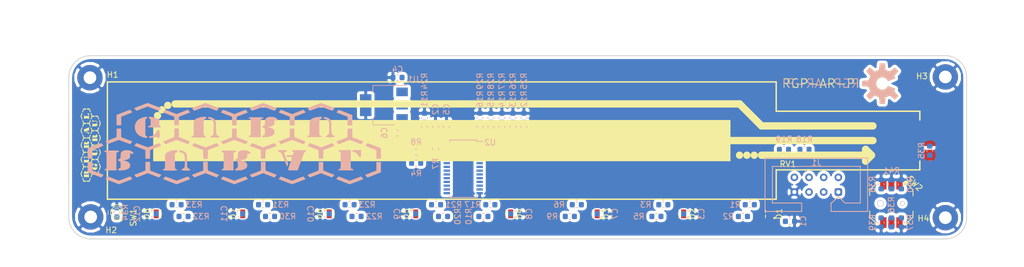
<source format=kicad_pcb>
(kicad_pcb (version 20171130) (host pcbnew 5.0.2-bee76a0~70~ubuntu18.04.1)
  (layers (0 F.Cu signal hide) (31 B.Cu signal) (34 B.Paste user hide) (35 F.Paste user hide) (36 B.SilkS user) (37 F.SilkS user hide) (38 B.Mask user hide) (39 F.Mask user hide) (44 Edge.Cuts user))
  (net 0 "")
  (net 1 GND)
  (net 2 V6P0)
  (net 3 SYTEM_POWER)
  (net 4 STBY)
  (net 5 I2C_SCL)
  (net 6 PI_5way)
  (net 7 PI_pot)
  (net 8 I2C_SDA)
  (net 9 /Output_Enable)
  (net 10 /CLK_EXT)
  (net 11 /A5_SEL)
  (net 12 /A4_SEL)
  (net 13 /A3_SEL)
  (net 14 /A2_SEL)
  (net 15 /A1_SEL)
  (net 16 /A0_SEL)
  (net 17 V3P3)
  (net 18 "Net-(R35-Pad2)")
  (net 19 "Net-(R37-Pad1)")
  (net 20 "Net-(R38-Pad1)")
  (net 21 "Net-(R39-Pad1)")
  (net 22 "Net-(R40-Pad1)")
  (net 23 "Net-(R41-Pad1)")
  (net 24 /OR1)
  (net 25 /BL1)
  (net 26 /OR2)
  (net 27 /BL2)
  (net 28 /OR3)
  (net 29 /BL3)
  (net 30 /OR4)
  (net 31 /BL4)
  (net 32 /OR5)
  (net 33 /BL5)
  (net 34 /OR6)
  (net 35 /BL6)
  (net 36 /OR7)
  (net 37 /BL7)
  (net 38 /OR8)
  (net 39 /BL8)
  (net 40 /LED1a)
  (net 41 /LED1b)
  (net 42 /LED2a)
  (net 43 /LED2b)
  (net 44 /LED3a)
  (net 45 /LED3b)
  (net 46 /LED4a)
  (net 47 /LED4b)
  (net 48 /LED5a)
  (net 49 /LED5b)
  (net 50 /LED6a)
  (net 51 /LED6b)
  (net 52 /LED7a)
  (net 53 /LED7b)
  (net 54 /LED8a)
  (net 55 /LED8b)
  (module Capacitor_SMD:C_0603_1608Metric (layer B.Cu) (at 150.368 54.102)
    (fp_text reference C1 (at 2.286 0 90) (layer B.SilkS) (effects (justify mirror)))
    (fp_text value 1uF)
    (pad 2 smd roundrect (at 0.7875 0) (size 0.875 0.95) (layers B.Cu B.Paste B.Mask) (net 1 GND))
    (pad 1 smd roundrect (at -0.7875 0) (size 0.875 0.95) (layers B.Cu B.Paste B.Mask) (net 2 V6P0))
  )
  (module Capacitor_SMD:C_0603_1608Metric (layer B.Cu) (at 88.9508 37.7444 90)
    (fp_text reference C2 (at 3.048 0 90) (layer B.SilkS) (effects (justify mirror)))
    (fp_text value 0.1uF)
    (pad 2 smd roundrect (at 0.7875 0 90) (size 0.875 0.95) (layers B.Cu B.Paste B.Mask) (net 1 GND))
    (pad 1 smd roundrect (at -0.7875 0 90) (size 0.875 0.95) (layers B.Cu B.Paste B.Mask) (net 17 V3P3))
  )
  (module Capacitor_SMD:C_0603_1608Metric (layer B.Cu) (at 132.7404 52.8066)
    (fp_text reference C3 (at 2.286 0 90) (layer B.SilkS) (effects (justify mirror)))
    (fp_text value 1uF)
    (pad 2 smd roundrect (at 0.7875 0) (size 0.875 0.95) (layers B.Cu B.Paste B.Mask) (net 1 GND))
    (pad 1 smd roundrect (at -0.7875 0) (size 0.875 0.95) (layers B.Cu B.Paste B.Mask) (net 2 V6P0))
  )
  (module Capacitor_SMD:C_0603_1608Metric (layer B.Cu) (at 82.3721 29.1846 180)
    (fp_text reference C4 (at 0 1.43 180) (layer B.SilkS) (effects (justify mirror)))
    (fp_text value 1uF)
    (pad 2 smd roundrect (at 0.7875 0 180) (size 0.875 0.95) (layers B.Cu B.Paste B.Mask) (net 1 GND))
    (pad 1 smd roundrect (at -0.7875 0 180) (size 0.875 0.95) (layers B.Cu B.Paste B.Mask) (net 2 V6P0))
  )
  (module Capacitor_SMD:C_0603_1608Metric (layer B.Cu) (at 90.8558 37.7443 90)
    (fp_text reference C5 (at 3.048 0 90) (layer B.SilkS) (effects (justify mirror)))
    (fp_text value 1uF)
    (pad 2 smd roundrect (at 0.7875 0 90) (size 0.875 0.95) (layers B.Cu B.Paste B.Mask) (net 1 GND))
    (pad 1 smd roundrect (at -0.7875 0 90) (size 0.875 0.95) (layers B.Cu B.Paste B.Mask) (net 17 V3P3))
  )
  (module Capacitor_SMD:C_0603_1608Metric (layer B.Cu) (at 82.3721 38.7858 180)
    (fp_text reference C6 (at 2.286 0 270) (layer B.SilkS) (effects (justify mirror)))
    (fp_text value 1uF)
    (pad 2 smd roundrect (at 0.7875 0 180) (size 0.875 0.95) (layers B.Cu B.Paste B.Mask) (net 1 GND))
    (pad 1 smd roundrect (at -0.7875 0 180) (size 0.875 0.95) (layers B.Cu B.Paste B.Mask) (net 17 V3P3))
  )
  (module Capacitor_SMD:C_0603_1608Metric (layer B.Cu) (at 117.7545 52.8066)
    (fp_text reference C7 (at 2.286 0 90) (layer B.SilkS) (effects (justify mirror)))
    (fp_text value 1uF)
    (pad 2 smd roundrect (at 0.7875 0) (size 0.875 0.95) (layers B.Cu B.Paste B.Mask) (net 1 GND))
    (pad 1 smd roundrect (at -0.7875 0) (size 0.875 0.95) (layers B.Cu B.Paste B.Mask) (net 2 V6P0))
  )
  (module Capacitor_SMD:C_0603_1608Metric (layer B.Cu) (at 102.7685 52.8066)
    (fp_text reference C8 (at 2.413 0 90) (layer B.SilkS) (effects (justify mirror)))
    (fp_text value 1uF)
    (pad 2 smd roundrect (at 0.7875 0) (size 0.875 0.95) (layers B.Cu B.Paste B.Mask) (net 1 GND))
    (pad 1 smd roundrect (at -0.7875 0) (size 0.875 0.95) (layers B.Cu B.Paste B.Mask) (net 2 V6P0))
  )
  (module Capacitor_SMD:C_0603_1608Metric (layer B.Cu) (at 84.7343 52.8066 180)
    (fp_text reference C9 (at 2.413 0 270) (layer B.SilkS) (effects (justify mirror)))
    (fp_text value 1uF)
    (pad 2 smd roundrect (at 0.7875 0 180) (size 0.875 0.95) (layers B.Cu B.Paste B.Mask) (net 1 GND))
    (pad 1 smd roundrect (at -0.7875 0 180) (size 0.875 0.95) (layers B.Cu B.Paste B.Mask) (net 2 V6P0))
  )
  (module Capacitor_SMD:C_0603_1608Metric (layer B.Cu) (at 69.7483 52.8066 180)
    (fp_text reference C10 (at 2.413 0 270) (layer B.SilkS) (effects (justify mirror)))
    (fp_text value 1uF)
    (pad 2 smd roundrect (at 0.7875 0 180) (size 0.875 0.95) (layers B.Cu B.Paste B.Mask) (net 1 GND))
    (pad 1 smd roundrect (at -0.7875 0 180) (size 0.875 0.95) (layers B.Cu B.Paste B.Mask) (net 2 V6P0))
  )
  (module Capacitor_SMD:C_0603_1608Metric (layer B.Cu) (at 54.7623 52.8066 180)
    (fp_text reference C11 (at 2.413 0 270) (layer B.SilkS) (effects (justify mirror)))
    (fp_text value 1uF)
    (pad 2 smd roundrect (at 0.7875 0 180) (size 0.875 0.95) (layers B.Cu B.Paste B.Mask) (net 1 GND))
    (pad 1 smd roundrect (at -0.7875 0 180) (size 0.875 0.95) (layers B.Cu B.Paste B.Mask) (net 2 V6P0))
  )
  (module ERW_LED:Double_LED_0603_1608Metric_Castellated (layer F.Cu) (at 146.2024 52.8066 270)
    (fp_text reference D1 (at 0 -2.286 270) (layer F.SilkS))
    (fp_text value BL-OR)
    (pad 4 smd rect (at -0.4318 0.73025 90) (size 0.6604 0.8509) (layers F.Cu F.Paste F.Mask) (net 24 /OR1))
    (pad 1 smd rect (at 0.4318 -0.73025 270) (size 0.6604 0.8509) (layers F.Cu F.Paste F.Mask) (net 2 V6P0))
    (pad 3 smd rect (at 0.4318 0.73025 90) (size 0.6604 0.8509) (layers F.Cu F.Paste F.Mask) (net 25 /BL1))
    (pad 2 smd rect (at -0.4318 -0.73025 270) (size 0.6604 0.8509) (layers F.Cu F.Paste F.Mask) (net 2 V6P0))
  )
  (module ERW_LED:Double_LED_0603_1608Metric_Castellated (layer F.Cu) (at 131.2164 52.8066 270)
    (fp_text reference D2 (at 0 -2.286 270) (layer F.SilkS))
    (fp_text value BL-OR)
    (pad 4 smd rect (at -0.4318 0.73025 90) (size 0.6604 0.8509) (layers F.Cu F.Paste F.Mask) (net 26 /OR2))
    (pad 1 smd rect (at 0.4318 -0.73025 270) (size 0.6604 0.8509) (layers F.Cu F.Paste F.Mask) (net 2 V6P0))
    (pad 3 smd rect (at 0.4318 0.73025 90) (size 0.6604 0.8509) (layers F.Cu F.Paste F.Mask) (net 27 /BL2))
    (pad 2 smd rect (at -0.4318 -0.73025 270) (size 0.6604 0.8509) (layers F.Cu F.Paste F.Mask) (net 2 V6P0))
  )
  (module ERW_LED:Double_LED_0603_1608Metric_Castellated (layer F.Cu) (at 116.2304 52.8066 270)
    (fp_text reference D3 (at 0 -2.286 90) (layer F.SilkS))
    (fp_text value BL-OR)
    (pad 4 smd rect (at -0.4318 0.73025 90) (size 0.6604 0.8509) (layers F.Cu F.Paste F.Mask) (net 28 /OR3))
    (pad 1 smd rect (at 0.4318 -0.73025 270) (size 0.6604 0.8509) (layers F.Cu F.Paste F.Mask) (net 2 V6P0))
    (pad 3 smd rect (at 0.4318 0.73025 90) (size 0.6604 0.8509) (layers F.Cu F.Paste F.Mask) (net 29 /BL3))
    (pad 2 smd rect (at -0.4318 -0.73025 270) (size 0.6604 0.8509) (layers F.Cu F.Paste F.Mask) (net 2 V6P0))
  )
  (module ERW_LED:Double_LED_0603_1608Metric_Castellated (layer F.Cu) (at 101.2444 52.8066 270)
    (fp_text reference D4 (at 0 -2.286 90) (layer F.SilkS))
    (fp_text value BL-OR)
    (pad 4 smd rect (at -0.4318 0.73025 90) (size 0.6604 0.8509) (layers F.Cu F.Paste F.Mask) (net 30 /OR4))
    (pad 1 smd rect (at 0.4318 -0.73025 270) (size 0.6604 0.8509) (layers F.Cu F.Paste F.Mask) (net 2 V6P0))
    (pad 3 smd rect (at 0.4318 0.73025 90) (size 0.6604 0.8509) (layers F.Cu F.Paste F.Mask) (net 31 /BL4))
    (pad 2 smd rect (at -0.4318 -0.73025 270) (size 0.6604 0.8509) (layers F.Cu F.Paste F.Mask) (net 2 V6P0))
  )
  (module ERW_LED:Double_LED_0603_1608Metric_Castellated (layer F.Cu) (at 86.2584 52.8066 90)
    (fp_text reference D5 (at 0 -2.413 90) (layer F.SilkS))
    (fp_text value BL-OR)
    (pad 4 smd rect (at -0.4318 0.73025 270) (size 0.6604 0.8509) (layers F.Cu F.Paste F.Mask) (net 32 /OR5))
    (pad 1 smd rect (at 0.4318 -0.73025 90) (size 0.6604 0.8509) (layers F.Cu F.Paste F.Mask) (net 2 V6P0))
    (pad 3 smd rect (at 0.4318 0.73025 270) (size 0.6604 0.8509) (layers F.Cu F.Paste F.Mask) (net 33 /BL5))
    (pad 2 smd rect (at -0.4318 -0.73025 90) (size 0.6604 0.8509) (layers F.Cu F.Paste F.Mask) (net 2 V6P0))
  )
  (module ERW_LED:Double_LED_0603_1608Metric_Castellated (layer F.Cu) (at 71.2724 52.8066 90)
    (fp_text reference D6 (at 0 -2.413 90) (layer F.SilkS))
    (fp_text value BL-OR)
    (pad 4 smd rect (at -0.4318 0.73025 270) (size 0.6604 0.8509) (layers F.Cu F.Paste F.Mask) (net 34 /OR6))
    (pad 1 smd rect (at 0.4318 -0.73025 90) (size 0.6604 0.8509) (layers F.Cu F.Paste F.Mask) (net 2 V6P0))
    (pad 3 smd rect (at 0.4318 0.73025 270) (size 0.6604 0.8509) (layers F.Cu F.Paste F.Mask) (net 35 /BL6))
    (pad 2 smd rect (at -0.4318 -0.73025 90) (size 0.6604 0.8509) (layers F.Cu F.Paste F.Mask) (net 2 V6P0))
  )
  (module ERW_LED:Double_LED_0603_1608Metric_Castellated (layer F.Cu) (at 56.2864 52.8066 90)
    (fp_text reference D7 (at 0 -2.413 90) (layer F.SilkS))
    (fp_text value BL-OR)
    (pad 4 smd rect (at -0.4318 0.73025 270) (size 0.6604 0.8509) (layers F.Cu F.Paste F.Mask) (net 36 /OR7))
    (pad 1 smd rect (at 0.4318 -0.73025 90) (size 0.6604 0.8509) (layers F.Cu F.Paste F.Mask) (net 2 V6P0))
    (pad 3 smd rect (at 0.4318 0.73025 270) (size 0.6604 0.8509) (layers F.Cu F.Paste F.Mask) (net 37 /BL7))
    (pad 2 smd rect (at -0.4318 -0.73025 90) (size 0.6604 0.8509) (layers F.Cu F.Paste F.Mask) (net 2 V6P0))
  )
  (module ERW_LED:Double_LED_0603_1608Metric_Castellated (layer F.Cu) (at 41.3004 52.8066 90)
    (fp_text reference D8 (at 0 -2.413 90) (layer F.SilkS))
    (fp_text value BL-OR)
    (pad 4 smd rect (at -0.4318 0.73025 270) (size 0.6604 0.8509) (layers F.Cu F.Paste F.Mask) (net 38 /OR8))
    (pad 1 smd rect (at 0.4318 -0.73025 90) (size 0.6604 0.8509) (layers F.Cu F.Paste F.Mask) (net 2 V6P0))
    (pad 3 smd rect (at 0.4318 0.73025 270) (size 0.6604 0.8509) (layers F.Cu F.Paste F.Mask) (net 39 /BL8))
    (pad 2 smd rect (at -0.4318 -0.73025 90) (size 0.6604 0.8509) (layers F.Cu F.Paste F.Mask) (net 2 V6P0))
  )
  (module SF_Aesthetics:OSHW-LOGO-L (layer F.Cu) (at 166.37 30.226 90)
    (fp_text reference G1 hide)
    (fp_text value RGP-AR-PI (at 0 -10.668 180) (layer F.SilkS) (effects (font (size 1.524 1.524))))
  )
  (module SF_Aesthetics:OSHW-LOGO-L (layer B.Cu) (at 166.37 30.226 270)
    (fp_text reference G2 hide)
    (fp_text value RGP-AR-PI (at 0 10.668) (layer B.SilkS) (effects (font (size 1.524 1.524)) (justify mirror)))
  )
  (module SF_Aesthetics:OSHW-LOGO-L_COPPER (layer F.Cu) (at 166.37 30.226 90)
    (fp_text reference G3 hide)
    (fp_text value RGP-AR-PI hide)
    (fp_poly (pts (xy 0.91948 2.2225) (xy 1.09982 2.13868) (xy 1.27508 2.03962) (xy 2.15392 2.7559) (xy 2.7559 2.15392) (xy 2.03962 1.27508) (xy 2.16662 1.0414) (xy 2.26822 0.79502) (xy 2.34442 0.54102) (xy 3.47218 0.42418) (xy 3.47218 -0.42418) (xy 2.34442 -0.54102) (xy 2.26822 -0.79502) (xy 2.16662 -1.0414) (xy 2.03962 -1.27508) (xy 2.7559 -2.15392) (xy 2.15392 -2.7559) (xy 1.27508 -2.03962) (xy 1.0414 -2.16662) (xy 0.79502 -2.26822) (xy 0.54102 -2.34442) (xy 0.42418 -3.47218) (xy -0.42418 -3.47218) (xy -0.54102 -2.34442) (xy -0.79502 -2.26822) (xy -1.0414 -2.16662) (xy -1.27508 -2.03962) (xy -2.15392 -2.7559) (xy -2.7559 -2.15392) (xy -2.03962 -1.27508) (xy -2.16662 -1.0414) (xy -2.26822 -0.79502) (xy -2.34442 -0.54102) (xy -3.47218 -0.42418) (xy -3.47218 0.42418) (xy -2.34442 0.54102) (xy -2.26822 0.79502) (xy -2.16662 1.0414) (xy -2.03962 1.27508) (xy -2.7559 2.15392) (xy -2.15392 2.7559) (xy -1.27508 2.03962) (xy -1.09982 2.13868) (xy -0.91948 2.2225) (xy -0.41656 1.00838) (xy -0.58166 0.92456) (xy -0.72644 0.81534) (xy -0.85344 0.68072) (xy -0.95504 0.52832) (xy -1.03124 0.36068) (xy -1.07696 0.18288) (xy -1.0922 0) (xy -1.07442 -0.2032) (xy -1.016 -0.39878) (xy -0.92456 -0.58166) (xy -0.79756 -0.74422) (xy -0.64516 -0.88138) (xy -0.46736 -0.98552) (xy -0.27686 -1.05664) (xy -0.07366 -1.08966) (xy 0.12954 -1.08458) (xy 0.3302 -1.0414) (xy 0.51816 -0.96012) (xy 0.68834 -0.84836) (xy 0.83566 -0.70358) (xy 0.9525 -0.53594) (xy 1.03632 -0.34798) (xy 1.08204 -0.14732) (xy 1.0922 0.05588) (xy 1.06172 0.25654) (xy 0.99314 0.45212) (xy 0.89154 0.62992) (xy 0.75946 0.78486) (xy 0.59944 0.9144) (xy 0.41656 1.00838)) (layer F.Cu) (width 0.01))
  )
  (module SF_Aesthetics:OSHW-LOGO-L_COPPER (layer B.Cu) (at 166.37 30.226 270)
    (fp_text reference G4 hide)
    (fp_text value RGP-AR-PI hide)
    (fp_poly (pts (xy 0.91948 -2.2225) (xy 1.09982 -2.13868) (xy 1.27508 -2.03962) (xy 2.15392 -2.7559) (xy 2.7559 -2.15392) (xy 2.03962 -1.27508) (xy 2.16662 -1.0414) (xy 2.26822 -0.79502) (xy 2.34442 -0.54102) (xy 3.47218 -0.42418) (xy 3.47218 0.42418) (xy 2.34442 0.54102) (xy 2.26822 0.79502) (xy 2.16662 1.0414) (xy 2.03962 1.27508) (xy 2.7559 2.15392) (xy 2.15392 2.7559) (xy 1.27508 2.03962) (xy 1.0414 2.16662) (xy 0.79502 2.26822) (xy 0.54102 2.34442) (xy 0.42418 3.47218) (xy -0.42418 3.47218) (xy -0.54102 2.34442) (xy -0.79502 2.26822) (xy -1.0414 2.16662) (xy -1.27508 2.03962) (xy -2.15392 2.7559) (xy -2.7559 2.15392) (xy -2.03962 1.27508) (xy -2.16662 1.0414) (xy -2.26822 0.79502) (xy -2.34442 0.54102) (xy -3.47218 0.42418) (xy -3.47218 -0.42418) (xy -2.34442 -0.54102) (xy -2.26822 -0.79502) (xy -2.16662 -1.0414) (xy -2.03962 -1.27508) (xy -2.7559 -2.15392) (xy -2.15392 -2.7559) (xy -1.27508 -2.03962) (xy -1.09982 -2.13868) (xy -0.91948 -2.2225) (xy -0.41656 -1.00838) (xy -0.58166 -0.92456) (xy -0.72644 -0.81534) (xy -0.85344 -0.68072) (xy -0.95504 -0.52832) (xy -1.03124 -0.36068) (xy -1.07696 -0.18288) (xy -1.0922 0) (xy -1.07442 0.2032) (xy -1.016 0.39878) (xy -0.92456 0.58166) (xy -0.79756 0.74422) (xy -0.64516 0.88138) (xy -0.46736 0.98552) (xy -0.27686 1.05664) (xy -0.07366 1.08966) (xy 0.12954 1.08458) (xy 0.3302 1.0414) (xy 0.51816 0.96012) (xy 0.68834 0.84836) (xy 0.83566 0.70358) (xy 0.9525 0.53594) (xy 1.03632 0.34798) (xy 1.08204 0.14732) (xy 1.0922 -0.05588) (xy 1.06172 -0.25654) (xy 0.99314 -0.45212) (xy 0.89154 -0.62992) (xy 0.75946 -0.78486) (xy 0.59944 -0.9144) (xy 0.41656 -1.00838)) (layer B.Cu) (width 0.01))
  )
  (module MountingHole:MountingHole_2.2mm_M2_Pad (layer F.Cu) (at 29.083 29.21)
    (fp_text reference H1 (at 3.937 -0.508) (layer F.SilkS))
    (fp_text value MountingHole_Pad)
    (pad 1 thru_hole circle (at 0 0) (size 4.4 4.4) (drill 2.2) (layers *.Cu *.Mask) (net 1 GND))
  )
  (module MountingHole:MountingHole_2.2mm_M2_Pad (layer F.Cu) (at 29.21 53.34)
    (fp_text reference H2 (at 3.556 2.286) (layer F.SilkS))
    (fp_text value MountingHole_Pad)
    (pad 1 thru_hole circle (at 0 0) (size 4.4 4.4) (drill 2.2) (layers *.Cu *.Mask) (net 1 GND))
  )
  (module MountingHole:MountingHole_2.2mm_M2_Pad (layer F.Cu) (at 177.292 29.083)
    (fp_text reference H3 (at -4.064 -0.127) (layer F.SilkS))
    (fp_text value MountingHole_Pad)
    (pad 1 thru_hole circle (at 0 0) (size 4.4 4.4) (drill 2.2) (layers *.Cu *.Mask) (net 1 GND))
  )
  (module MountingHole:MountingHole_2.2mm_M2_Pad (layer F.Cu) (at 177.292 53.467)
    (fp_text reference H4 (at -3.81 0.127) (layer F.SilkS))
    (fp_text value MountingHole_Pad)
    (pad 1 thru_hole circle (at 0 0) (size 4.4 4.4) (drill 2.2) (layers *.Cu *.Mask) (net 1 GND))
  )
  (module ERW_Conn:Samtec_TST-104-01-F-D_P2.54mm (layer B.Cu) (at 154.94 47.752 180)
    (fp_text reference J1 (at 0 3.81 180) (layer B.SilkS) (effects (justify mirror)))
    (fp_text value Interface_tether)
    (pad 2 thru_hole circle (at -3.81 1.27 180) (size 1.31 1.31) (drill 0.71) (layers *.Cu *.Mask) (net 3 SYTEM_POWER))
    (pad 4 thru_hole circle (at -1.27 1.27 180) (size 1.31 1.31) (drill 0.71) (layers *.Cu *.Mask) (net 4 STBY))
    (pad 6 thru_hole circle (at 1.27 1.27 180) (size 1.31 1.31) (drill 0.71) (layers *.Cu *.Mask) (net 5 I2C_SCL))
    (pad 8 thru_hole circle (at 3.81 1.27 180) (size 1.31 1.31) (drill 0.71) (layers *.Cu *.Mask) (net 2 V6P0))
    (pad 1 thru_hole roundrect (at -3.81 -1.27 180) (size 1.31 1.31) (drill 0.71) (layers *.Cu *.Mask) (net 6 PI_5way))
    (pad 3 thru_hole circle (at -1.27 -1.27 180) (size 1.31 1.31) (drill 0.71) (layers *.Cu *.Mask) (net 7 PI_pot))
    (pad 5 thru_hole circle (at 1.27 -1.27 180) (size 1.31 1.31) (drill 0.71) (layers *.Cu *.Mask) (net 8 I2C_SDA))
    (pad 7 thru_hole circle (at 3.81 -1.27 180) (size 1.31 1.31) (drill 0.71) (layers *.Cu *.Mask) (net 1 GND))
  )
  (module Resistor_SMD:R_0603_1608Metric (layer B.Cu) (at 143.4084 51.2191 180)
    (fp_text reference R1 (at 2.54 0 180) (layer B.SilkS) (effects (justify mirror)))
    (fp_text value 150Ω)
    (pad 2 smd roundrect (at 0.7875 0 180) (size 0.875 0.95) (layers B.Cu B.Paste B.Mask) (net 40 /LED1a))
    (pad 1 smd roundrect (at -0.7875 0 180) (size 0.875 0.95) (layers B.Cu B.Paste B.Mask) (net 24 /OR1))
  )
  (module Resistor_SMD:R_0603_1608Metric (layer B.Cu) (at 142.2146 53.2511 180)
    (fp_text reference R2 (at 2.54 0 180) (layer B.SilkS) (effects (justify mirror)))
    (fp_text value 200Ω)
    (pad 1 smd roundrect (at -0.7875 0 180) (size 0.875 0.95) (layers B.Cu B.Paste B.Mask) (net 25 /BL1))
    (pad 2 smd roundrect (at 0.7875 0 180) (size 0.875 0.95) (layers B.Cu B.Paste B.Mask) (net 41 /LED1b))
  )
  (module Resistor_SMD:R_0603_1608Metric (layer B.Cu) (at 128.4224 51.2191 180)
    (fp_text reference R3 (at 3.048 0 180) (layer B.SilkS) (effects (justify mirror)))
    (fp_text value 150Ω)
    (pad 2 smd roundrect (at 0.7875 0 180) (size 0.875 0.95) (layers B.Cu B.Paste B.Mask) (net 42 /LED2a))
    (pad 1 smd roundrect (at -0.7875 0 180) (size 0.875 0.95) (layers B.Cu B.Paste B.Mask) (net 26 /OR2))
  )
  (module Resistor_SMD:R_0603_1608Metric (layer B.Cu) (at 85.5979 44.0182)
    (fp_text reference R4 (at 0 1.778) (layer B.SilkS) (effects (justify mirror)))
    (fp_text value 10k)
    (pad 2 smd roundrect (at 0.7875 0) (size 0.875 0.95) (layers B.Cu B.Paste B.Mask) (net 9 /Output_Enable))
    (pad 1 smd roundrect (at -0.7875 0) (size 0.875 0.95) (layers B.Cu B.Paste B.Mask) (net 17 V3P3))
  )
  (module Resistor_SMD:R_0603_1608Metric (layer B.Cu) (at 127.2286 53.2511 180)
    (fp_text reference R5 (at 3.048 0 180) (layer B.SilkS) (effects (justify mirror)))
    (fp_text value 200Ω)
    (pad 2 smd roundrect (at 0.7875 0 180) (size 0.875 0.95) (layers B.Cu B.Paste B.Mask) (net 43 /LED2b))
    (pad 1 smd roundrect (at -0.7875 0 180) (size 0.875 0.95) (layers B.Cu B.Paste B.Mask) (net 27 /BL2))
  )
  (module Resistor_SMD:R_0603_1608Metric (layer B.Cu) (at 113.4364 51.2191 180)
    (fp_text reference R6 (at 3.048 0 180) (layer B.SilkS) (effects (justify mirror)))
    (fp_text value 150Ω)
    (pad 2 smd roundrect (at 0.7875 0 180) (size 0.875 0.95) (layers B.Cu B.Paste B.Mask) (net 44 /LED3a))
    (pad 1 smd roundrect (at -0.7875 0 180) (size 0.875 0.95) (layers B.Cu B.Paste B.Mask) (net 28 /OR3))
  )
  (module Resistor_SMD:R_0603_1608Metric (layer B.Cu) (at 88.9762 41.5544 90)
    (fp_text reference R7 (at -2.54 0 90) (layer B.SilkS) (effects (justify mirror)))
    (fp_text value 0Ω)
    (pad 2 smd roundrect (at 0.7875 0 90) (size 0.875 0.95) (layers B.Cu B.Paste B.Mask) (net 1 GND))
    (pad 1 smd roundrect (at -0.7875 0 90) (size 0.875 0.95) (layers B.Cu B.Paste B.Mask) (net 10 /CLK_EXT))
  )
  (module Resistor_SMD:R_0603_1608Metric (layer B.Cu) (at 85.5979 42.1132 180)
    (fp_text reference R8 (at 0 1.778) (layer B.SilkS) (effects (justify mirror)))
    (fp_text value 100Ω)
    (pad 2 smd roundrect (at 0.7875 0 180) (size 0.875 0.95) (layers B.Cu B.Paste B.Mask) (net 1 GND))
    (pad 1 smd roundrect (at -0.7875 0 180) (size 0.875 0.95) (layers B.Cu B.Paste B.Mask) (net 9 /Output_Enable))
  )
  (module Resistor_SMD:R_0603_1608Metric (layer B.Cu) (at 112.2299 53.2511 180)
    (fp_text reference R9 (at 3.048 0 180) (layer B.SilkS) (effects (justify mirror)))
    (fp_text value 200Ω)
    (pad 2 smd roundrect (at 0.7875 0 180) (size 0.875 0.95) (layers B.Cu B.Paste B.Mask) (net 45 /LED3b))
    (pad 1 smd roundrect (at -0.7875 0 180) (size 0.875 0.95) (layers B.Cu B.Paste B.Mask) (net 29 /BL3))
  )
  (module Resistor_SMD:R_0603_1608Metric (layer B.Cu) (at 97.2439 53.2511 180)
    (fp_text reference R10 (at 2.54 0 270) (layer B.SilkS) (effects (justify mirror)))
    (fp_text value 150Ω)
    (pad 1 smd roundrect (at -0.7875 0 180) (size 0.875 0.95) (layers B.Cu B.Paste B.Mask) (net 31 /BL4))
    (pad 2 smd roundrect (at 0.7875 0 180) (size 0.875 0.95) (layers B.Cu B.Paste B.Mask) (net 46 /LED4a))
  )
  (module Resistor_SMD:R_0603_1608Metric (layer B.Cu) (at 87.0458 37.7445 90)
    (fp_text reference R11 (at 4.826 0 90) (layer B.SilkS) (effects (justify mirror)))
    (fp_text value 1k)
    (pad 2 smd roundrect (at 0.7875 0 90) (size 0.875 0.95) (layers B.Cu B.Paste B.Mask) (net 11 /A5_SEL))
    (pad 1 smd roundrect (at -0.7875 0 90) (size 0.875 0.95) (layers B.Cu B.Paste B.Mask) (net 17 V3P3))
  )
  (module Resistor_SMD:R_0603_1608Metric (layer B.Cu) (at 104.267 37.7445 90)
    (fp_text reference R12 (at 4.826 0 90) (layer B.SilkS) (effects (justify mirror)))
    (fp_text value 1k)
    (pad 2 smd roundrect (at 0.7875 0 90) (size 0.875 0.95) (layers B.Cu B.Paste B.Mask) (net 12 /A4_SEL))
    (pad 1 smd roundrect (at -0.7875 0 90) (size 0.875 0.95) (layers B.Cu B.Paste B.Mask) (net 17 V3P3))
  )
  (module Resistor_SMD:R_0603_1608Metric (layer B.Cu) (at 102.362 37.7445 90)
    (fp_text reference R13 (at 4.826 0 90) (layer B.SilkS) (effects (justify mirror)))
    (fp_text value 1k)
    (pad 2 smd roundrect (at 0.7875 0 90) (size 0.875 0.95) (layers B.Cu B.Paste B.Mask) (net 13 /A3_SEL))
    (pad 1 smd roundrect (at -0.7875 0 90) (size 0.875 0.95) (layers B.Cu B.Paste B.Mask) (net 17 V3P3))
  )
  (module Resistor_SMD:R_0603_1608Metric (layer B.Cu) (at 100.457 37.7445 90)
    (fp_text reference R14 (at 4.826 0 90) (layer B.SilkS) (effects (justify mirror)))
    (fp_text value 1k)
    (pad 2 smd roundrect (at 0.7875 0 90) (size 0.875 0.95) (layers B.Cu B.Paste B.Mask) (net 14 /A2_SEL))
    (pad 1 smd roundrect (at -0.7875 0 90) (size 0.875 0.95) (layers B.Cu B.Paste B.Mask) (net 17 V3P3))
  )
  (module Resistor_SMD:R_0603_1608Metric (layer B.Cu) (at 98.552 37.7445 90)
    (fp_text reference R15 (at 4.826 0 90) (layer B.SilkS) (effects (justify mirror)))
    (fp_text value 1k)
    (pad 2 smd roundrect (at 0.7875 0 90) (size 0.875 0.95) (layers B.Cu B.Paste B.Mask) (net 15 /A1_SEL))
    (pad 1 smd roundrect (at -0.7875 0 90) (size 0.875 0.95) (layers B.Cu B.Paste B.Mask) (net 17 V3P3))
  )
  (module Resistor_SMD:R_0603_1608Metric (layer B.Cu) (at 96.647 37.7445 90)
    (fp_text reference R16 (at 4.826 0 90) (layer B.SilkS) (effects (justify mirror)))
    (fp_text value 1k)
    (pad 2 smd roundrect (at 0.7875 0 90) (size 0.875 0.95) (layers B.Cu B.Paste B.Mask) (net 16 /A0_SEL))
    (pad 1 smd roundrect (at -0.7875 0 90) (size 0.875 0.95) (layers B.Cu B.Paste B.Mask) (net 17 V3P3))
  )
  (module Resistor_SMD:R_0603_1608Metric (layer B.Cu) (at 98.4504 51.2191 180)
    (fp_text reference R17 (at 3.048 0 180) (layer B.SilkS) (effects (justify mirror)))
    (fp_text value 200Ω)
    (pad 2 smd roundrect (at 0.7875 0 180) (size 0.875 0.95) (layers B.Cu B.Paste B.Mask) (net 47 /LED4b))
    (pad 1 smd roundrect (at -0.7875 0 180) (size 0.875 0.95) (layers B.Cu B.Paste B.Mask) (net 30 /OR4))
  )
  (module Resistor_SMD:R_0603_1608Metric (layer B.Cu) (at 152.8825 41.656)
    (fp_text reference R18 (at 0 -1.778) (layer B.SilkS) (effects (justify mirror)))
    (fp_text value 1k)
    (pad 2 smd roundrect (at 0.7875 0) (size 0.875 0.95) (layers B.Cu B.Paste B.Mask) (net 5 I2C_SCL))
    (pad 1 smd roundrect (at -0.7875 0) (size 0.875 0.95) (layers B.Cu B.Paste B.Mask) (net 2 V6P0))
  )
  (module Resistor_SMD:R_0603_1608Metric (layer B.Cu) (at 149.3265 41.656 180)
    (fp_text reference R19 (at 0 1.778 180) (layer B.SilkS) (effects (justify mirror)))
    (fp_text value 1k)
    (pad 2 smd roundrect (at 0.7875 0 180) (size 0.875 0.95) (layers B.Cu B.Paste B.Mask) (net 8 I2C_SDA))
    (pad 1 smd roundrect (at -0.7875 0 180) (size 0.875 0.95) (layers B.Cu B.Paste B.Mask) (net 2 V6P0))
  )
  (module Resistor_SMD:R_0603_1608Metric (layer B.Cu) (at 90.2589 53.2511)
    (fp_text reference R20 (at 2.54 0 90) (layer B.SilkS) (effects (justify mirror)))
    (fp_text value 150Ω)
    (pad 2 smd roundrect (at 0.7875 0) (size 0.875 0.95) (layers B.Cu B.Paste B.Mask) (net 48 /LED5a))
    (pad 1 smd roundrect (at -0.7875 0) (size 0.875 0.95) (layers B.Cu B.Paste B.Mask) (net 32 /OR5))
  )
  (module Resistor_SMD:R_0603_1608Metric (layer B.Cu) (at 89.0524 51.2191)
    (fp_text reference R21 (at 3.048 0 180) (layer B.SilkS) (effects (justify mirror)))
    (fp_text value 200Ω)
    (pad 2 smd roundrect (at 0.7875 0) (size 0.875 0.95) (layers B.Cu B.Paste B.Mask) (net 49 /LED5b))
    (pad 1 smd roundrect (at -0.7875 0) (size 0.875 0.95) (layers B.Cu B.Paste B.Mask) (net 33 /BL5))
  )
  (module Resistor_SMD:R_0603_1608Metric (layer B.Cu) (at 75.2729 53.2511)
    (fp_text reference R22 (at 3.048 0) (layer B.SilkS) (effects (justify mirror)))
    (fp_text value 150Ω)
    (pad 2 smd roundrect (at 0.7875 0) (size 0.875 0.95) (layers B.Cu B.Paste B.Mask) (net 50 /LED6a))
    (pad 1 smd roundrect (at -0.7875 0) (size 0.875 0.95) (layers B.Cu B.Paste B.Mask) (net 34 /OR6))
  )
  (module Resistor_SMD:R_0603_1608Metric (layer B.Cu) (at 74.0664 51.2191)
    (fp_text reference R23 (at 3.048 0) (layer B.SilkS) (effects (justify mirror)))
    (fp_text value 200Ω)
    (pad 2 smd roundrect (at 0.7875 0) (size 0.875 0.95) (layers B.Cu B.Paste B.Mask) (net 51 /LED6b))
    (pad 1 smd roundrect (at -0.7875 0) (size 0.875 0.95) (layers B.Cu B.Paste B.Mask) (net 35 /BL6))
  )
  (module Resistor_SMD:R_0603_1608Metric (layer B.Cu) (at 87.0458 36.1695 90)
    (fp_text reference R24 (at 6.35 0 90) (layer B.SilkS) (effects (justify mirror)))
    (fp_text value 1k)
    (pad 2 smd roundrect (at 0.7875 0 90) (size 0.875 0.95) (layers B.Cu B.Paste B.Mask) (net 1 GND))
    (pad 1 smd roundrect (at -0.7875 0 90) (size 0.875 0.95) (layers B.Cu B.Paste B.Mask) (net 11 /A5_SEL))
  )
  (module Resistor_SMD:R_0603_1608Metric (layer B.Cu) (at 104.267 36.1695 90)
    (fp_text reference R25 (at 6.35 0 90) (layer B.SilkS) (effects (justify mirror)))
    (fp_text value 1k)
    (pad 2 smd roundrect (at 0.7875 0 90) (size 0.875 0.95) (layers B.Cu B.Paste B.Mask) (net 1 GND))
    (pad 1 smd roundrect (at -0.7875 0 90) (size 0.875 0.95) (layers B.Cu B.Paste B.Mask) (net 12 /A4_SEL))
  )
  (module Resistor_SMD:R_0603_1608Metric (layer B.Cu) (at 102.362 36.1695 90)
    (fp_text reference R26 (at 6.35 0 270) (layer B.SilkS) (effects (justify mirror)))
    (fp_text value 1k)
    (pad 2 smd roundrect (at 0.7875 0 90) (size 0.875 0.95) (layers B.Cu B.Paste B.Mask) (net 1 GND))
    (pad 1 smd roundrect (at -0.7875 0 90) (size 0.875 0.95) (layers B.Cu B.Paste B.Mask) (net 13 /A3_SEL))
  )
  (module Resistor_SMD:R_0603_1608Metric (layer B.Cu) (at 100.457 36.1695 90)
    (fp_text reference R27 (at 6.35 0 90) (layer B.SilkS) (effects (justify mirror)))
    (fp_text value 1k)
    (pad 2 smd roundrect (at 0.7875 0 90) (size 0.875 0.95) (layers B.Cu B.Paste B.Mask) (net 1 GND))
    (pad 1 smd roundrect (at -0.7875 0 90) (size 0.875 0.95) (layers B.Cu B.Paste B.Mask) (net 14 /A2_SEL))
  )
  (module Resistor_SMD:R_0603_1608Metric (layer B.Cu) (at 98.552 36.1695 90)
    (fp_text reference R28 (at 6.35 0 90) (layer B.SilkS) (effects (justify mirror)))
    (fp_text value 1k)
    (pad 2 smd roundrect (at 0.7875 0 90) (size 0.875 0.95) (layers B.Cu B.Paste B.Mask) (net 1 GND))
    (pad 1 smd roundrect (at -0.7875 0 90) (size 0.875 0.95) (layers B.Cu B.Paste B.Mask) (net 15 /A1_SEL))
  )
  (module Resistor_SMD:R_0603_1608Metric (layer B.Cu) (at 96.647 36.1695 90)
    (fp_text reference R29 (at 6.35 0 90) (layer B.SilkS) (effects (justify mirror)))
    (fp_text value 1k)
    (pad 2 smd roundrect (at 0.7875 0 90) (size 0.875 0.95) (layers B.Cu B.Paste B.Mask) (net 1 GND))
    (pad 1 smd roundrect (at -0.7875 0 90) (size 0.875 0.95) (layers B.Cu B.Paste B.Mask) (net 16 /A0_SEL))
  )
  (module Resistor_SMD:R_0603_1608Metric (layer B.Cu) (at 60.2869 53.2511)
    (fp_text reference R30 (at 3.048 0) (layer B.SilkS) (effects (justify mirror)))
    (fp_text value 150Ω)
    (pad 2 smd roundrect (at 0.7875 0) (size 0.875 0.95) (layers B.Cu B.Paste B.Mask) (net 52 /LED7a))
    (pad 1 smd roundrect (at -0.7875 0) (size 0.875 0.95) (layers B.Cu B.Paste B.Mask) (net 36 /OR7))
  )
  (module Resistor_SMD:R_0603_1608Metric (layer B.Cu) (at 59.0804 51.2191)
    (fp_text reference R31 (at 3.048 0) (layer B.SilkS) (effects (justify mirror)))
    (fp_text value 200Ω)
    (pad 2 smd roundrect (at 0.7875 0) (size 0.875 0.95) (layers B.Cu B.Paste B.Mask) (net 53 /LED7b))
    (pad 1 smd roundrect (at -0.7875 0) (size 0.875 0.95) (layers B.Cu B.Paste B.Mask) (net 37 /BL7))
  )
  (module Resistor_SMD:R_0603_1608Metric (layer B.Cu) (at 45.3009 53.2511)
    (fp_text reference R32 (at 3.048 0) (layer B.SilkS) (effects (justify mirror)))
    (fp_text value 150Ω)
    (pad 2 smd roundrect (at 0.7875 0) (size 0.875 0.95) (layers B.Cu B.Paste B.Mask) (net 54 /LED8a))
    (pad 1 smd roundrect (at -0.7875 0) (size 0.875 0.95) (layers B.Cu B.Paste B.Mask) (net 38 /OR8))
  )
  (module Resistor_SMD:R_0603_1608Metric (layer B.Cu) (at 44.0944 51.2191)
    (fp_text reference R33 (at 3.048 0) (layer B.SilkS) (effects (justify mirror)))
    (fp_text value 200Ω)
    (pad 2 smd roundrect (at 0.7875 0) (size 0.875 0.95) (layers B.Cu B.Paste B.Mask) (net 55 /LED8b))
    (pad 1 smd roundrect (at -0.7875 0) (size 0.875 0.95) (layers B.Cu B.Paste B.Mask) (net 39 /BL8))
  )
  (module Resistor_SMD:R_0603_1608Metric (layer B.Cu) (at 33.7439 52.5526 90)
    (fp_text reference R34 (at 0 1.43 90) (layer B.SilkS) (effects (justify mirror)))
    (fp_text value 1k)
    (pad 2 smd roundrect (at 0.7875 0 90) (size 0.875 0.95) (layers B.Cu B.Paste B.Mask) (net 1 GND))
    (pad 1 smd roundrect (at -0.7875 0 90) (size 0.875 0.95) (layers B.Cu B.Paste B.Mask) (net 3 SYTEM_POWER))
  )
  (module Resistor_SMD:R_0603_1608Metric (layer B.Cu) (at 174.5869 41.8591 270)
    (fp_text reference R35 (at 0 1.43 270) (layer B.SilkS) (effects (justify mirror)))
    (fp_text value 1k)
    (pad 2 smd roundrect (at 0.7875 0 270) (size 0.875 0.95) (layers B.Cu B.Paste B.Mask) (net 18 "Net-(R35-Pad2)"))
    (pad 1 smd roundrect (at -0.7875 0 270) (size 0.875 0.95) (layers B.Cu B.Paste B.Mask) (net 17 V3P3))
  )
  (module Resistor_SMD:R_0603_1608Metric (layer B.Cu) (at 167.9448 54.2925 90)
    (fp_text reference R36 (at 3.048 0 90) (layer B.SilkS) (effects (justify mirror)))
    (fp_text value 10k)
    (pad 2 smd roundrect (at 0.7875 0 90) (size 0.875 0.95) (layers B.Cu B.Paste B.Mask) (net 6 PI_5way))
    (pad 1 smd roundrect (at -0.7875 0 90) (size 0.875 0.95) (layers B.Cu B.Paste B.Mask) (net 17 V3P3))
  )
  (module Resistor_SMD:R_0603_1608Metric (layer B.Cu) (at 169.6593 54.2925 270)
    (fp_text reference R37 (at 0 -1.524 90) (layer B.SilkS) (effects (justify mirror)))
    (fp_text value 330Ω)
    (pad 2 smd roundrect (at 0.7875 0 270) (size 0.875 0.95) (layers B.Cu B.Paste B.Mask) (net 1 GND))
    (pad 1 smd roundrect (at -0.7875 0 270) (size 0.875 0.95) (layers B.Cu B.Paste B.Mask) (net 19 "Net-(R37-Pad1)"))
  )
  (module Resistor_SMD:R_0603_1608Metric (layer B.Cu) (at 166.1668 47.6885 90)
    (fp_text reference R38 (at 0 -1.524 90) (layer B.SilkS) (effects (justify mirror)))
    (fp_text value 680Ω)
    (pad 2 smd roundrect (at 0.7875 0 90) (size 0.875 0.95) (layers B.Cu B.Paste B.Mask) (net 1 GND))
    (pad 1 smd roundrect (at -0.7875 0 90) (size 0.875 0.95) (layers B.Cu B.Paste B.Mask) (net 20 "Net-(R38-Pad1)"))
  )
  (module Resistor_SMD:R_0603_1608Metric (layer B.Cu) (at 166.1668 54.2925 270)
    (fp_text reference R39 (at 0 1.524 270) (layer B.SilkS) (effects (justify mirror)))
    (fp_text value 1.5k)
    (pad 2 smd roundrect (at 0.7875 0 270) (size 0.875 0.95) (layers B.Cu B.Paste B.Mask) (net 1 GND))
    (pad 1 smd roundrect (at -0.7875 0 270) (size 0.875 0.95) (layers B.Cu B.Paste B.Mask) (net 21 "Net-(R39-Pad1)"))
  )
  (module Resistor_SMD:R_0603_1608Metric (layer B.Cu) (at 169.6593 47.6885 90)
    (fp_text reference R40 (at 0 1.524 90) (layer B.SilkS) (effects (justify mirror)))
    (fp_text value 3.3k)
    (pad 2 smd roundrect (at 0.7875 0 90) (size 0.875 0.95) (layers B.Cu B.Paste B.Mask) (net 1 GND))
    (pad 1 smd roundrect (at -0.7875 0 90) (size 0.875 0.95) (layers B.Cu B.Paste B.Mask) (net 22 "Net-(R40-Pad1)"))
  )
  (module Resistor_SMD:R_0603_1608Metric (layer B.Cu) (at 167.9448 47.6885 90)
    (fp_text reference R41 (at 2.3495 0 180) (layer B.SilkS) (effects (justify mirror)))
    (fp_text value 10k)
    (pad 2 smd roundrect (at 0.7875 0 90) (size 0.875 0.95) (layers B.Cu B.Paste B.Mask) (net 1 GND))
    (pad 1 smd roundrect (at -0.7875 0 90) (size 0.875 0.95) (layers B.Cu B.Paste B.Mask) (net 23 "Net-(R41-Pad1)"))
  )
  (module ERW_SW:SW_softpot_100mm (layer F.Cu) (at 147.9804 40.1066)
    (fp_text reference RV1 (at 2.032 4.064) (layer F.SilkS) (effects (font (size 1.016 1.016) (thickness 0.1524))))
    (fp_text value "10k Soft_pot")
    (pad 3 smd oval (at 28.194 -2.54) (size 6.35 1.905) (layers F.Cu F.Paste F.Mask) (net 1 GND))
    (pad 2 smd oval (at 28.194 0) (size 6.35 1.905) (layers F.Cu F.Paste F.Mask) (net 7 PI_pot))
    (pad 1 smd oval (at 28.194 2.54) (size 6.35 1.905) (layers F.Cu F.Paste F.Mask) (net 18 "Net-(R35-Pad2)"))
  )
  (module ERW_SW:SW_nano_SMT (layer F.Cu) (at 33.7439 52.5526 180)
    (fp_text reference SW1 (at -2.8575 -0.889 270) (layer F.SilkS) (effects (font (size 1.016 1.016) (thickness 0.1524))))
    (fp_text value SW_Push)
    (pad 4 smd rect (at 1.475 0.95 180) (size 0.65 0.7) (layers F.Cu F.Paste F.Mask) (net 4 STBY))
    (pad 3 smd rect (at -1.475 0.95 180) (size 0.65 0.7) (layers F.Cu F.Paste F.Mask) (net 4 STBY))
    (pad 2 smd rect (at 1.475 -0.95 180) (size 0.65 0.7) (layers F.Cu F.Paste F.Mask) (net 3 SYTEM_POWER))
    (pad 1 smd rect (at -1.475 -0.95 180) (size 0.65 0.7) (layers F.Cu F.Paste F.Mask) (net 3 SYTEM_POWER))
  )
  (module ERW_SW:5way_tactile (layer F.Cu) (at 167.9448 50.9905 270)
    (fp_text reference SW2 (at -3.45 -4.05 315) (layer F.SilkS) (effects (font (size 1.016 1.016) (thickness 0.1524))))
    (fp_text value 5WAY_SW)
    (pad "" np_thru_hole circle (at 0 1.9 90) (size 1.1 1.1) (drill 1.05) (layers *.Cu *.Mask))
    (pad 2 smd rect (at -3.325 0 270) (size 1.85 1.1) (layers F.Cu F.Paste F.Mask) (net 23 "Net-(R41-Pad1)"))
    (pad 1 smd rect (at -3.325 -1.4 270) (size 1.85 1.1) (layers F.Cu F.Paste F.Mask) (net 22 "Net-(R40-Pad1)"))
    (pad 3 smd rect (at -3.325 1.4 270) (size 1.85 1.1) (layers F.Cu F.Paste F.Mask) (net 20 "Net-(R38-Pad1)"))
    (pad 4 smd rect (at 3.325 -1.4 270) (size 1.85 1.1) (layers F.Cu F.Paste F.Mask) (net 19 "Net-(R37-Pad1)"))
    (pad 5 smd rect (at 3.325 0 270) (size 1.85 1.1) (layers F.Cu F.Paste F.Mask) (net 6 PI_5way))
    (pad 6 smd rect (at 3.325 1.4 270) (size 1.85 1.1) (layers F.Cu F.Paste F.Mask) (net 21 "Net-(R39-Pad1)"))
    (pad "" smd rect (at 0 -4.1 270) (size 2 1.9) (layers F.Cu F.Paste F.Mask))
    (pad "" smd rect (at 0 4.2 270) (size 2 1.9) (layers F.Cu F.Paste F.Mask))
    (pad "" np_thru_hole circle (at 0 -1.9 270) (size 0.8 0.8) (drill 0.75) (layers *.Cu *.Mask))
  )
  (module Package_TO_SOT_SMD:SOT-223-3_TabPin2 (layer B.Cu) (at 80.01 33.9725 180)
    (fp_text reference U1 (at -5.08 4.5085 180) (layer B.SilkS) (effects (justify mirror)))
    (fp_text value TC1262-33)
    (pad 1 smd rect (at -3.15 2.3 180) (size 2 1.5) (layers B.Cu B.Paste B.Mask) (net 2 V6P0))
    (pad 3 smd rect (at -3.15 -2.3 180) (size 2 1.5) (layers B.Cu B.Paste B.Mask) (net 17 V3P3))
    (pad 2 smd rect (at -3.15 0 180) (size 2 1.5) (layers B.Cu B.Paste B.Mask) (net 1 GND))
    (pad 2 smd rect (at 3.15 0 180) (size 2 3.8) (layers B.Cu B.Paste B.Mask) (net 1 GND))
  )
  (module Package_SO:TSSOP-28_4.4x9.7mm_P0.65mm (layer B.Cu) (at 93.7514 44.9961 180)
    (fp_text reference U2 (at -4.6736 4.5593 180) (layer B.SilkS) (effects (justify mirror)))
    (fp_text value PCA9685PW)
    (pad 28 smd rect (at 2.85 4.225 180) (size 1.1 0.4) (layers B.Cu B.Paste B.Mask) (net 17 V3P3))
    (pad 27 smd rect (at 2.85 3.575 180) (size 1.1 0.4) (layers B.Cu B.Paste B.Mask) (net 8 I2C_SDA))
    (pad 26 smd rect (at 2.85 2.925 180) (size 1.1 0.4) (layers B.Cu B.Paste B.Mask) (net 5 I2C_SCL))
    (pad 25 smd rect (at 2.85 2.275 180) (size 1.1 0.4) (layers B.Cu B.Paste B.Mask) (net 10 /CLK_EXT))
    (pad 24 smd rect (at 2.85 1.625 180) (size 1.1 0.4) (layers B.Cu B.Paste B.Mask) (net 11 /A5_SEL))
    (pad 23 smd rect (at 2.85 0.975 180) (size 1.1 0.4) (layers B.Cu B.Paste B.Mask) (net 9 /Output_Enable))
    (pad 22 smd rect (at 2.85 0.325 180) (size 1.1 0.4) (layers B.Cu B.Paste B.Mask) (net 55 /LED8b))
    (pad 21 smd rect (at 2.85 -0.325 180) (size 1.1 0.4) (layers B.Cu B.Paste B.Mask) (net 54 /LED8a))
    (pad 20 smd rect (at 2.85 -0.975 180) (size 1.1 0.4) (layers B.Cu B.Paste B.Mask) (net 53 /LED7b))
    (pad 19 smd rect (at 2.85 -1.625 180) (size 1.1 0.4) (layers B.Cu B.Paste B.Mask) (net 52 /LED7a))
    (pad 18 smd rect (at 2.85 -2.275 180) (size 1.1 0.4) (layers B.Cu B.Paste B.Mask) (net 51 /LED6b))
    (pad 17 smd rect (at 2.85 -2.925 180) (size 1.1 0.4) (layers B.Cu B.Paste B.Mask) (net 50 /LED6a))
    (pad 16 smd rect (at 2.85 -3.575 180) (size 1.1 0.4) (layers B.Cu B.Paste B.Mask) (net 49 /LED5b))
    (pad 15 smd rect (at 2.85 -4.225 180) (size 1.1 0.4) (layers B.Cu B.Paste B.Mask) (net 48 /LED5a))
    (pad 14 smd rect (at -2.85 -4.225 180) (size 1.1 0.4) (layers B.Cu B.Paste B.Mask) (net 1 GND))
    (pad 13 smd rect (at -2.85 -3.575 180) (size 1.1 0.4) (layers B.Cu B.Paste B.Mask) (net 47 /LED4b))
    (pad 12 smd rect (at -2.85 -2.925 180) (size 1.1 0.4) (layers B.Cu B.Paste B.Mask) (net 46 /LED4a))
    (pad 11 smd rect (at -2.85 -2.275 180) (size 1.1 0.4) (layers B.Cu B.Paste B.Mask) (net 45 /LED3b))
    (pad 10 smd rect (at -2.85 -1.625 180) (size 1.1 0.4) (layers B.Cu B.Paste B.Mask) (net 44 /LED3a))
    (pad 9 smd rect (at -2.85 -0.975 180) (size 1.1 0.4) (layers B.Cu B.Paste B.Mask) (net 43 /LED2b))
    (pad 8 smd rect (at -2.85 -0.325 180) (size 1.1 0.4) (layers B.Cu B.Paste B.Mask) (net 42 /LED2a))
    (pad 7 smd rect (at -2.85 0.325 180) (size 1.1 0.4) (layers B.Cu B.Paste B.Mask) (net 41 /LED1b))
    (pad 6 smd rect (at -2.85 0.975 180) (size 1.1 0.4) (layers B.Cu B.Paste B.Mask) (net 40 /LED1a))
    (pad 5 smd rect (at -2.85 1.625 180) (size 1.1 0.4) (layers B.Cu B.Paste B.Mask) (net 12 /A4_SEL))
    (pad 4 smd rect (at -2.85 2.275 180) (size 1.1 0.4) (layers B.Cu B.Paste B.Mask) (net 13 /A3_SEL))
    (pad 3 smd rect (at -2.85 2.925 180) (size 1.1 0.4) (layers B.Cu B.Paste B.Mask) (net 14 /A2_SEL))
    (pad 2 smd rect (at -2.85 3.575 180) (size 1.1 0.4) (layers B.Cu B.Paste B.Mask) (net 15 /A1_SEL))
    (pad 1 smd rect (at -2.85 4.225 180) (size 1.1 0.4) (layers B.Cu B.Paste B.Mask) (net 16 /A0_SEL))
  )
  (module Capacitor_SMD:C_0603_1608Metric (layer B.Cu) (at 39.7763 52.8066 180)
    (fp_text reference C12 (at 2.54 0 270) (layer B.SilkS) (effects (justify mirror)))
    (fp_text value 1uF)
    (pad 1 smd roundrect (at -0.7875 0 180) (size 0.875 0.95) (layers B.Cu B.Paste B.Mask) (net 2 V6P0))
    (pad 2 smd roundrect (at 0.7875 0 180) (size 0.875 0.95) (layers B.Cu B.Paste B.Mask) (net 1 GND))
  )
  (module ERW_Logo:RuralguruProjects_HEX_500 (layer F.Cu) (at 29.21 40.894 90)
    (fp_text reference G5 hide)
    (fp_text value LOGO hide)
  )
  (module ERW_Logo:RuralguruProjects_HEX_2000 (layer B.Cu) (at 54.102 40.64)
    (fp_text reference G6 hide)
    (fp_text value LOGO hide)
  )
  (gr_arc (start 177.292 53.467) (end 177.292 57.15) (angle -90) (layer Edge.Cuts) (width 0.15))
  (gr_arc (start 177.292 29.083) (end 180.975 29.083) (angle -91.97493401) (layer Edge.Cuts) (width 0.15))
  (gr_arc (start 29.21 29.21) (end 29.21 25.4) (angle -90) (layer Edge.Cuts) (width 0.15))
  (gr_arc (start 29.21 53.34) (end 25.4 53.34) (angle -90) (layer Edge.Cuts) (width 0.15))
  (gr_line (start 180.975 29.083) (end 180.975 53.467) (layer Edge.Cuts) (width 0.15))
  (gr_line (start 177.292 57.15) (end 29.21 57.15) (layer Edge.Cuts) (width 0.15))
  (gr_line (start 25.4 29.21) (end 25.4 53.34) (layer Edge.Cuts) (width 0.15))
  (gr_line (start 177.165 25.4) (end 29.21 25.4) (layer Edge.Cuts) (width 0.15))
  (zone (net 1) (net_name GND) (layer B.Cu) (connect_pads (clearance 0.508)) (min_thickness 0.254) (fill yes (arc_segments 16) (thermal_gap 0.508) (thermal_bridge_width 0.508))
    (polygon (pts (xy 25.4 25.4) (xy 25.4 57.15) (xy 180.975 57.15) (xy 180.975 25.4)))
  )
)
</source>
